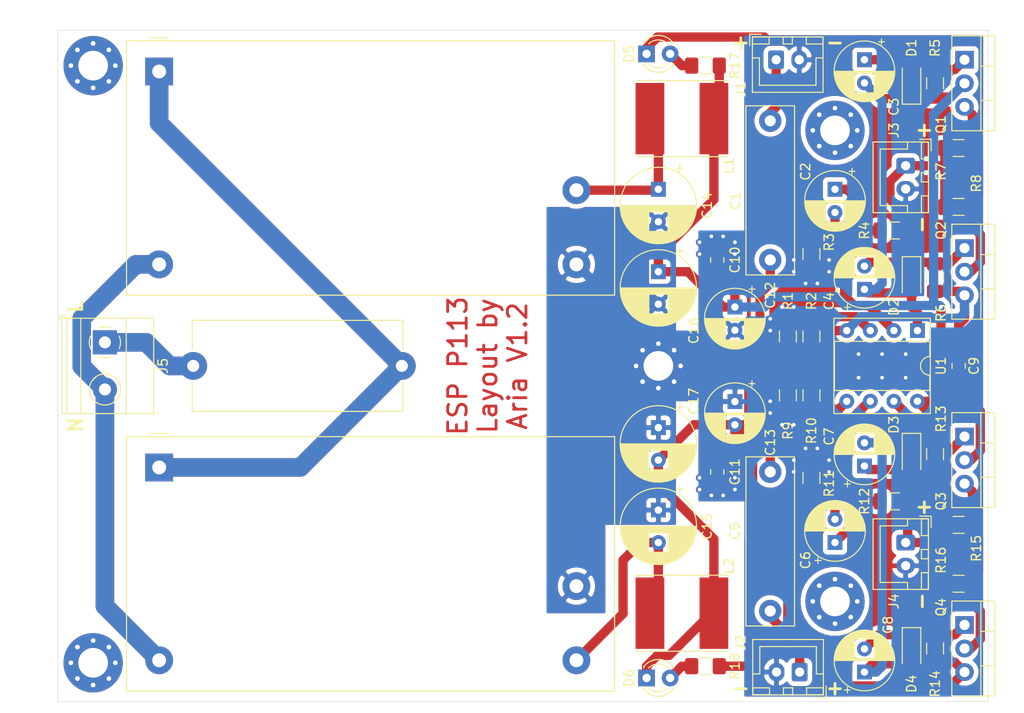
<source format=kicad_pcb>
(kicad_pcb (version 20171130) (host pcbnew "(5.1.6)-1")
  (layers (0 F.Cu signal) (31 B.Cu signal) (34 B.Paste user) (35 F.Paste user) (36 B.SilkS user) (37 F.SilkS user) (38 B.Mask user) (39 F.Mask user) (44 Edge.Cuts user))
  (net 0 "")
  (net 1 L_In)
  (net 2 "Net-(C1-Pad1)")
  (net 3 "Net-(C3-Pad2)")
  (net 4 "Net-(C3-Pad1)")
  (net 5 "Net-(C4-Pad2)")
  (net 6 R_In)
  (net 7 "Net-(C6-Pad1)")
  (net 8 "Net-(C8-Pad2)")
  (net 9 +15)
  (net 10 -15)
  (net 11 Earth)
  (net 12 L_Out)
  (net 13 R_Out)
  (net 14 "Net-(J5-Pad2)")
  (net 15 "Net-(Q1-Pad3)")
  (net 16 "Net-(Q2-Pad2)")
  (net 17 "Net-(Q3-Pad3)")
  (net 18 "Net-(Q4-Pad2)")
  (net 19 "Net-(R2-Pad1)")
  (net 20 "Net-(R10-Pad1)")
  (net 21 "Net-(C2-Pad2)")
  (net 22 "Net-(C2-Pad1)")
  (net 23 "Net-(C5-Pad1)")
  (net 24 "Net-(C6-Pad2)")
  (net 25 "Net-(C7-Pad2)")
  (net 26 "Net-(C7-Pad1)")
  (net 27 "Net-(C14-Pad1)")
  (net 28 "Net-(C15-Pad2)")
  (net 29 "Net-(F1-Pad2)")
  (net 30 "Net-(F1-Pad1)")
  (net 31 "Net-(D5-Pad2)")
  (net 32 "Net-(D6-Pad2)")
  (module Package_TO_SOT_THT:TO-220-3_Vertical (layer F.Cu) (at 157.48 90.17 270)
    (fp_text reference Q4 (at -1.905 2.54 90) (layer F.SilkS))
    (fp_text value MJE15033)
    (pad 3 thru_hole oval (at 5.08 0 270) (size 1.905 2) (drill 1.1) (layers *.Cu *.Mask) (net 10 -15))
    (pad 2 thru_hole oval (at 2.54 0 270) (size 1.905 2) (drill 1.1) (layers *.Cu *.Mask) (net 18 "Net-(Q4-Pad2)"))
    (pad 1 thru_hole rect (at 0 0 270) (size 1.905 2) (drill 1.1) (layers *.Cu *.Mask) (net 8 "Net-(C8-Pad2)"))
  )
  (module Package_TO_SOT_THT:TO-220-3_Vertical (layer F.Cu) (at 157.48 69.85 270)
    (fp_text reference Q3 (at 6.985 2.54 90) (layer F.SilkS))
    (fp_text value MJE15032)
    (pad 3 thru_hole oval (at 5.08 0 270) (size 1.905 2) (drill 1.1) (layers *.Cu *.Mask) (net 17 "Net-(Q3-Pad3)"))
    (pad 2 thru_hole oval (at 2.54 0 270) (size 1.905 2) (drill 1.1) (layers *.Cu *.Mask) (net 9 +15))
    (pad 1 thru_hole rect (at 0 0 270) (size 1.905 2) (drill 1.1) (layers *.Cu *.Mask) (net 26 "Net-(C7-Pad1)"))
  )
  (module Package_TO_SOT_THT:TO-220-3_Vertical (layer F.Cu) (at 157.48 49.53 270)
    (fp_text reference Q2 (at -1.905 2.54 90) (layer F.SilkS))
    (fp_text value MJE15033)
    (pad 3 thru_hole oval (at 5.08 0 270) (size 1.905 2) (drill 1.1) (layers *.Cu *.Mask) (net 10 -15))
    (pad 2 thru_hole oval (at 2.54 0 270) (size 1.905 2) (drill 1.1) (layers *.Cu *.Mask) (net 16 "Net-(Q2-Pad2)"))
    (pad 1 thru_hole rect (at 0 0 270) (size 1.905 2) (drill 1.1) (layers *.Cu *.Mask) (net 5 "Net-(C4-Pad2)"))
  )
  (module Package_TO_SOT_THT:TO-220-3_Vertical (layer F.Cu) (at 157.48 29.21 270)
    (fp_text reference Q1 (at 6.985 2.54 90) (layer F.SilkS))
    (fp_text value MJE15032)
    (pad 3 thru_hole oval (at 5.08 0 270) (size 1.905 2) (drill 1.1) (layers *.Cu *.Mask) (net 15 "Net-(Q1-Pad3)"))
    (pad 2 thru_hole oval (at 2.54 0 270) (size 1.905 2) (drill 1.1) (layers *.Cu *.Mask) (net 9 +15))
    (pad 1 thru_hole rect (at 0 0 270) (size 1.905 2) (drill 1.1) (layers *.Cu *.Mask) (net 4 "Net-(C3-Pad1)"))
  )
  (module Inductor_SMD:L_Taiyo-Yuden_NR-80xx_HandSoldering (layer F.Cu) (at 127 88.9)
    (fp_text reference L2 (at 5.08 -5.08 90) (layer F.SilkS))
    (fp_text value 4.7u)
    (pad 2 smd rect (at 3.45 0) (size 3.1 7.7) (layers F.Cu F.Paste F.Mask) (net 10 -15))
    (pad 1 smd rect (at -3.45 0) (size 3.1 7.7) (layers F.Cu F.Paste F.Mask) (net 28 "Net-(C15-Pad2)"))
  )
  (module Inductor_SMD:L_Taiyo-Yuden_NR-80xx_HandSoldering (layer F.Cu) (at 127 35.56)
    (fp_text reference L1 (at 5.08 5.08 90) (layer F.SilkS))
    (fp_text value 4.7u)
    (pad 2 smd rect (at 3.45 0) (size 3.1 7.7) (layers F.Cu F.Paste F.Mask) (net 9 +15))
    (pad 1 smd rect (at -3.45 0) (size 3.1 7.7) (layers F.Cu F.Paste F.Mask) (net 27 "Net-(C14-Pad1)"))
  )
  (module Resistor_SMD:R_1206_3216Metric_Pad1.42x1.75mm_HandSolder (layer F.Cu) (at 129.54 94.615 180)
    (fp_text reference R18 (at -3.175 0 90) (layer F.SilkS))
    (fp_text value 1k)
    (pad 1 smd roundrect (at -1.4875 0 180) (size 1.425 1.75) (layers F.Cu F.Paste F.Mask) (roundrect_rratio 0.175439) (net 11 Earth))
    (pad 2 smd roundrect (at 1.4875 0 180) (size 1.425 1.75) (layers F.Cu F.Paste F.Mask) (roundrect_rratio 0.175439) (net 32 "Net-(D6-Pad2)"))
  )
  (module Resistor_SMD:R_1206_3216Metric_Pad1.42x1.75mm_HandSolder (layer F.Cu) (at 129.54 29.845 180)
    (fp_text reference R17 (at -3.175 0 90) (layer F.SilkS))
    (fp_text value 1k)
    (pad 1 smd roundrect (at -1.4875 0 180) (size 1.425 1.75) (layers F.Cu F.Paste F.Mask) (roundrect_rratio 0.175439) (net 9 +15))
    (pad 2 smd roundrect (at 1.4875 0 180) (size 1.425 1.75) (layers F.Cu F.Paste F.Mask) (roundrect_rratio 0.175439) (net 31 "Net-(D5-Pad2)"))
  )
  (module LED_THT:LED_D3.0mm (layer F.Cu) (at 123.19 95.885)
    (fp_text reference D6 (at -1.905 0 90) (layer F.SilkS))
    (fp_text value LED)
    (pad 1 thru_hole rect (at 0 0) (size 1.8 1.8) (drill 0.9) (layers *.Cu *.Mask) (net 10 -15))
    (pad 2 thru_hole circle (at 2.54 0) (size 1.8 1.8) (drill 0.9) (layers *.Cu *.Mask) (net 32 "Net-(D6-Pad2)"))
  )
  (module LED_THT:LED_D3.0mm (layer F.Cu) (at 123.19 28.575)
    (fp_text reference D5 (at -1.905 0 90) (layer F.SilkS))
    (fp_text value LED)
    (pad 1 thru_hole rect (at 0 0) (size 1.8 1.8) (drill 0.9) (layers *.Cu *.Mask) (net 11 Earth))
    (pad 2 thru_hole circle (at 2.54 0) (size 1.8 1.8) (drill 0.9) (layers *.Cu *.Mask) (net 31 "Net-(D5-Pad2)"))
  )
  (module Capacitor_THT:CP_Radial_D8.0mm_P3.50mm (layer F.Cu) (at 124.46 68.89 270)
    (fp_text reference C17 (at -2.85 -3.81 90) (layer F.SilkS))
    (fp_text value 220u)
    (pad 1 thru_hole rect (at 0 0 270) (size 1.6 1.6) (drill 0.8) (layers *.Cu *.Mask) (net 11 Earth))
    (pad 2 thru_hole circle (at 3.5 0 270) (size 1.6 1.6) (drill 0.8) (layers *.Cu *.Mask) (net 10 -15))
  )
  (module TerminalBlock_Phoenix:TerminalBlock_Phoenix_MKDS-1,5-2-5.08_1x02_P5.08mm_Horizontal (layer F.Cu) (at 64.77 59.69 270)
    (fp_text reference J5 (at 2.54 -6.26 90) (layer F.SilkS))
    (fp_text value AC_In)
    (pad 2 thru_hole circle (at 5.08 0 270) (size 2.6 2.6) (drill 1.3) (layers *.Cu *.Mask) (net 14 "Net-(J5-Pad2)"))
    (pad 1 thru_hole rect (at 0 0 270) (size 2.6 2.6) (drill 1.3) (layers *.Cu *.Mask) (net 30 "Net-(F1-Pad1)"))
  )
  (module MountingHole:MountingHole_3.2mm_M3_Pad_Via (layer F.Cu) (at 63.5 29.845)
    (fp_text reference H5 hide)
    (fp_text value MountingHole)
    (pad 1 thru_hole circle (at 1.697056 -1.697056) (size 0.8 0.8) (drill 0.5) (layers *.Cu *.Mask))
    (pad 1 thru_hole circle (at 0 -2.4) (size 0.8 0.8) (drill 0.5) (layers *.Cu *.Mask))
    (pad 1 thru_hole circle (at -1.697056 -1.697056) (size 0.8 0.8) (drill 0.5) (layers *.Cu *.Mask))
    (pad 1 thru_hole circle (at -2.4 0) (size 0.8 0.8) (drill 0.5) (layers *.Cu *.Mask))
    (pad 1 thru_hole circle (at -1.697056 1.697056) (size 0.8 0.8) (drill 0.5) (layers *.Cu *.Mask))
    (pad 1 thru_hole circle (at 0 2.4) (size 0.8 0.8) (drill 0.5) (layers *.Cu *.Mask))
    (pad 1 thru_hole circle (at 1.697056 1.697056) (size 0.8 0.8) (drill 0.5) (layers *.Cu *.Mask))
    (pad 1 thru_hole circle (at 2.4 0) (size 0.8 0.8) (drill 0.5) (layers *.Cu *.Mask))
    (pad 1 thru_hole circle (at 0 0) (size 6.4 6.4) (drill 3.2) (layers *.Cu *.Mask))
  )
  (module Capacitor_THT:CP_Radial_D6.3mm_P2.50mm (layer F.Cu) (at 146.685 29.21 270)
    (fp_text reference C3 (at 5.08 -3.175 90) (layer F.SilkS))
    (fp_text value 100u)
    (pad 1 thru_hole rect (at 0 0 270) (size 1.6 1.6) (drill 0.8) (layers *.Cu *.Mask) (net 4 "Net-(C3-Pad1)"))
    (pad 2 thru_hole circle (at 2.5 0 270) (size 1.6 1.6) (drill 0.8) (layers *.Cu *.Mask) (net 3 "Net-(C3-Pad2)"))
  )
  (module Fuse:Fuseholder_Cylinder-5x20mm_Schurter_0031_8201_Horizontal_Open (layer F.Cu) (at 74.295 62.23)
    (fp_text reference F1 hide)
    (fp_text value Fuse_Small)
    (pad "" np_thru_hole circle (at 11.25 0) (size 2.7 2.7) (drill 2.7) (layers *.Cu *.Mask))
    (pad 2 thru_hole circle (at 22.5 0) (size 3 3) (drill 1.3) (layers *.Cu *.Mask) (net 29 "Net-(F1-Pad2)"))
    (pad 1 thru_hole circle (at 0 0) (size 3 3) (drill 1.3) (layers *.Cu *.Mask) (net 30 "Net-(F1-Pad1)"))
  )
  (module Capacitor_THT:CP_Radial_D8.0mm_P3.50mm (layer F.Cu) (at 124.46 43.18 270)
    (fp_text reference C14 (at 1.75 -5.25 90) (layer F.SilkS))
    (fp_text value 220u)
    (pad 1 thru_hole rect (at 0 0 270) (size 1.6 1.6) (drill 0.8) (layers *.Cu *.Mask) (net 27 "Net-(C14-Pad1)"))
    (pad 2 thru_hole circle (at 3.5 0 270) (size 1.6 1.6) (drill 0.8) (layers *.Cu *.Mask) (net 11 Earth))
  )
  (module MountingHole:MountingHole_3.2mm_M3_Pad_Via (layer F.Cu) (at 143.51 87.63)
    (fp_text reference H4 hide)
    (fp_text value MountingHole)
    (pad 1 thru_hole circle (at 1.697056 -1.697056) (size 0.8 0.8) (drill 0.5) (layers *.Cu *.Mask))
    (pad 1 thru_hole circle (at 0 -2.4) (size 0.8 0.8) (drill 0.5) (layers *.Cu *.Mask))
    (pad 1 thru_hole circle (at -1.697056 -1.697056) (size 0.8 0.8) (drill 0.5) (layers *.Cu *.Mask))
    (pad 1 thru_hole circle (at -2.4 0) (size 0.8 0.8) (drill 0.5) (layers *.Cu *.Mask))
    (pad 1 thru_hole circle (at -1.697056 1.697056) (size 0.8 0.8) (drill 0.5) (layers *.Cu *.Mask))
    (pad 1 thru_hole circle (at 0 2.4) (size 0.8 0.8) (drill 0.5) (layers *.Cu *.Mask))
    (pad 1 thru_hole circle (at 1.697056 1.697056) (size 0.8 0.8) (drill 0.5) (layers *.Cu *.Mask))
    (pad 1 thru_hole circle (at 2.4 0) (size 0.8 0.8) (drill 0.5) (layers *.Cu *.Mask))
    (pad 1 thru_hole circle (at 0 0) (size 6.4 6.4) (drill 3.2) (layers *.Cu *.Mask))
  )
  (module Package_DIP:DIP-8_W7.62mm_Socket (layer F.Cu) (at 152.4 58.42 270)
    (fp_text reference U1 (at 3.81 -2.54 90) (layer F.SilkS))
    (fp_text value LM4562)
    (pad 1 thru_hole rect (at 0 0 270) (size 1.6 1.6) (drill 0.8) (layers *.Cu *.Mask) (net 3 "Net-(C3-Pad2)"))
    (pad 5 thru_hole oval (at 7.62 7.62 270) (size 1.6 1.6) (drill 0.8) (layers *.Cu *.Mask) (net 20 "Net-(R10-Pad1)"))
    (pad 2 thru_hole oval (at 0 2.54 270) (size 1.6 1.6) (drill 0.8) (layers *.Cu *.Mask) (net 22 "Net-(C2-Pad1)"))
    (pad 6 thru_hole oval (at 7.62 5.08 270) (size 1.6 1.6) (drill 0.8) (layers *.Cu *.Mask) (net 7 "Net-(C6-Pad1)"))
    (pad 3 thru_hole oval (at 0 5.08 270) (size 1.6 1.6) (drill 0.8) (layers *.Cu *.Mask) (net 19 "Net-(R2-Pad1)"))
    (pad 7 thru_hole oval (at 7.62 2.54 270) (size 1.6 1.6) (drill 0.8) (layers *.Cu *.Mask) (net 25 "Net-(C7-Pad2)"))
    (pad 4 thru_hole oval (at 0 7.62 270) (size 1.6 1.6) (drill 0.8) (layers *.Cu *.Mask) (net 10 -15))
    (pad 8 thru_hole oval (at 7.62 0 270) (size 1.6 1.6) (drill 0.8) (layers *.Cu *.Mask) (net 9 +15))
  )
  (module MountingHole:MountingHole_3.2mm_M3_Pad_Via (layer F.Cu) (at 143.51 36.83)
    (fp_text reference H3 hide)
    (fp_text value MountingHole)
    (pad 1 thru_hole circle (at 1.697056 -1.697056) (size 0.8 0.8) (drill 0.5) (layers *.Cu *.Mask))
    (pad 1 thru_hole circle (at 0 -2.4) (size 0.8 0.8) (drill 0.5) (layers *.Cu *.Mask))
    (pad 1 thru_hole circle (at -1.697056 -1.697056) (size 0.8 0.8) (drill 0.5) (layers *.Cu *.Mask))
    (pad 1 thru_hole circle (at -2.4 0) (size 0.8 0.8) (drill 0.5) (layers *.Cu *.Mask))
    (pad 1 thru_hole circle (at -1.697056 1.697056) (size 0.8 0.8) (drill 0.5) (layers *.Cu *.Mask))
    (pad 1 thru_hole circle (at 0 2.4) (size 0.8 0.8) (drill 0.5) (layers *.Cu *.Mask))
    (pad 1 thru_hole circle (at 1.697056 1.697056) (size 0.8 0.8) (drill 0.5) (layers *.Cu *.Mask))
    (pad 1 thru_hole circle (at 2.4 0) (size 0.8 0.8) (drill 0.5) (layers *.Cu *.Mask))
    (pad 1 thru_hole circle (at 0 0) (size 6.4 6.4) (drill 3.2) (layers *.Cu *.Mask))
  )
  (module MountingHole:MountingHole_3.2mm_M3_Pad_Via (layer F.Cu) (at 63.5 94.25)
    (fp_text reference H2 hide)
    (fp_text value MountingHole)
    (pad 1 thru_hole circle (at 1.697056 -1.697056) (size 0.8 0.8) (drill 0.5) (layers *.Cu *.Mask))
    (pad 1 thru_hole circle (at 0 -2.4) (size 0.8 0.8) (drill 0.5) (layers *.Cu *.Mask))
    (pad 1 thru_hole circle (at -1.697056 -1.697056) (size 0.8 0.8) (drill 0.5) (layers *.Cu *.Mask))
    (pad 1 thru_hole circle (at -2.4 0) (size 0.8 0.8) (drill 0.5) (layers *.Cu *.Mask))
    (pad 1 thru_hole circle (at -1.697056 1.697056) (size 0.8 0.8) (drill 0.5) (layers *.Cu *.Mask))
    (pad 1 thru_hole circle (at 0 2.4) (size 0.8 0.8) (drill 0.5) (layers *.Cu *.Mask))
    (pad 1 thru_hole circle (at 1.697056 1.697056) (size 0.8 0.8) (drill 0.5) (layers *.Cu *.Mask))
    (pad 1 thru_hole circle (at 2.4 0) (size 0.8 0.8) (drill 0.5) (layers *.Cu *.Mask))
    (pad 1 thru_hole circle (at 0 0) (size 6.4 6.4) (drill 3.2) (layers *.Cu *.Mask))
  )
  (module MountingHole:MountingHole_3.2mm_M3_Pad_Via (layer F.Cu) (at 124.46 62.23)
    (fp_text reference H1 hide)
    (fp_text value Star_Ground)
    (pad 1 thru_hole circle (at 0 0) (size 6.4 6.4) (drill 3.2) (layers *.Cu *.Mask) (net 11 Earth))
    (pad 1 thru_hole circle (at 2.4 0) (size 0.8 0.8) (drill 0.5) (layers *.Cu *.Mask) (net 11 Earth))
    (pad 1 thru_hole circle (at 1.697056 1.697056) (size 0.8 0.8) (drill 0.5) (layers *.Cu *.Mask) (net 11 Earth))
    (pad 1 thru_hole circle (at 0 2.4) (size 0.8 0.8) (drill 0.5) (layers *.Cu *.Mask) (net 11 Earth))
    (pad 1 thru_hole circle (at -1.697056 1.697056) (size 0.8 0.8) (drill 0.5) (layers *.Cu *.Mask) (net 11 Earth))
    (pad 1 thru_hole circle (at -2.4 0) (size 0.8 0.8) (drill 0.5) (layers *.Cu *.Mask) (net 11 Earth))
    (pad 1 thru_hole circle (at -1.697056 -1.697056) (size 0.8 0.8) (drill 0.5) (layers *.Cu *.Mask) (net 11 Earth))
    (pad 1 thru_hole circle (at 0 -2.4) (size 0.8 0.8) (drill 0.5) (layers *.Cu *.Mask) (net 11 Earth))
    (pad 1 thru_hole circle (at 1.697056 -1.697056) (size 0.8 0.8) (drill 0.5) (layers *.Cu *.Mask) (net 11 Earth))
  )
  (module Connector_JST:JST_XH_B2B-XH-A_1x02_P2.50mm_Vertical (layer F.Cu) (at 151.13 81.28 270)
    (fp_text reference J4 (at 6.35 1.27 90) (layer F.SilkS))
    (fp_text value R_Out)
    (pad 1 thru_hole roundrect (at 0 0 270) (size 1.7 2) (drill 1) (layers *.Cu *.Mask) (roundrect_rratio 0.147059) (net 13 R_Out))
    (pad 2 thru_hole oval (at 2.5 0 270) (size 1.7 2) (drill 1) (layers *.Cu *.Mask) (net 11 Earth))
  )
  (module Connector_JST:JST_XH_B2B-XH-A_1x02_P2.50mm_Vertical (layer F.Cu) (at 151.13 40.64 270)
    (fp_text reference J3 (at -3.81 1.27 90) (layer F.SilkS))
    (fp_text value L_Out)
    (pad 1 thru_hole roundrect (at 0 0 270) (size 1.7 2) (drill 1) (layers *.Cu *.Mask) (roundrect_rratio 0.147059) (net 12 L_Out))
    (pad 2 thru_hole oval (at 2.5 0 270) (size 1.7 2) (drill 1) (layers *.Cu *.Mask) (net 11 Earth))
  )
  (module Connector_JST:JST_XH_B2B-XH-A_1x02_P2.50mm_Vertical (layer F.Cu) (at 139.7 95.25 180)
    (fp_text reference J2 (at 6.35 3.175 90) (layer F.SilkS))
    (fp_text value R_In)
    (pad 2 thru_hole oval (at 2.5 0 180) (size 1.7 2) (drill 1) (layers *.Cu *.Mask) (net 11 Earth))
    (pad 1 thru_hole roundrect (at 0 0 180) (size 1.7 2) (drill 1) (layers *.Cu *.Mask) (roundrect_rratio 0.147059) (net 6 R_In))
  )
  (module Connector_JST:JST_XH_B2B-XH-A_1x02_P2.50mm_Vertical (layer F.Cu) (at 137.16 29.21)
    (fp_text reference J1 (at -3.81 3.175 90) (layer F.SilkS))
    (fp_text value L_In)
    (pad 1 thru_hole roundrect (at 0 0) (size 1.7 2) (drill 1) (layers *.Cu *.Mask) (roundrect_rratio 0.147059) (net 1 L_In))
    (pad 2 thru_hole oval (at 2.5 0) (size 1.7 2) (drill 1) (layers *.Cu *.Mask) (net 11 Earth))
  )
  (module Capacitor_THT:CP_Radial_D6.3mm_P2.50mm (layer F.Cu) (at 132.715 66.08 270)
    (fp_text reference C13 (at 4.405 -3.81 90) (layer F.SilkS))
    (fp_text value 100u)
    (pad 1 thru_hole rect (at 0 0 270) (size 1.6 1.6) (drill 0.8) (layers *.Cu *.Mask) (net 11 Earth))
    (pad 2 thru_hole circle (at 2.5 0 270) (size 1.6 1.6) (drill 0.8) (layers *.Cu *.Mask) (net 10 -15))
  )
  (module Capacitor_THT:CP_Radial_D6.3mm_P2.50mm (layer F.Cu) (at 132.715 55.88 270)
    (fp_text reference C12 (at -1.27 -3.81 90) (layer F.SilkS))
    (fp_text value 100u)
    (pad 1 thru_hole rect (at 0 0 270) (size 1.6 1.6) (drill 0.8) (layers *.Cu *.Mask) (net 9 +15))
    (pad 2 thru_hole circle (at 2.5 0 270) (size 1.6 1.6) (drill 0.8) (layers *.Cu *.Mask) (net 11 Earth))
  )
  (module Capacitor_THT:CP_Radial_D6.3mm_P2.50mm (layer F.Cu) (at 146.685 95.25 90)
    (fp_text reference C8 (at 5.08 2.54 90) (layer F.SilkS))
    (fp_text value 100u)
    (pad 1 thru_hole rect (at 0 0 90) (size 1.6 1.6) (drill 0.8) (layers *.Cu *.Mask) (net 25 "Net-(C7-Pad2)"))
    (pad 2 thru_hole circle (at 2.5 0 90) (size 1.6 1.6) (drill 0.8) (layers *.Cu *.Mask) (net 8 "Net-(C8-Pad2)"))
  )
  (module Capacitor_THT:CP_Radial_D6.3mm_P2.50mm (layer F.Cu) (at 146.685 73.025 90)
    (fp_text reference C7 (at 3.175 -3.81 90) (layer F.SilkS))
    (fp_text value 100u)
    (pad 1 thru_hole rect (at 0 0 90) (size 1.6 1.6) (drill 0.8) (layers *.Cu *.Mask) (net 26 "Net-(C7-Pad1)"))
    (pad 2 thru_hole circle (at 2.5 0 90) (size 1.6 1.6) (drill 0.8) (layers *.Cu *.Mask) (net 25 "Net-(C7-Pad2)"))
  )
  (module Capacitor_THT:CP_Radial_D6.3mm_P2.50mm (layer F.Cu) (at 143.51 81.28 90)
    (fp_text reference C6 (at -1.905 -3.175 90) (layer F.SilkS))
    (fp_text value 100u)
    (pad 1 thru_hole rect (at 0 0 90) (size 1.6 1.6) (drill 0.8) (layers *.Cu *.Mask) (net 7 "Net-(C6-Pad1)"))
    (pad 2 thru_hole circle (at 2.5 0 90) (size 1.6 1.6) (drill 0.8) (layers *.Cu *.Mask) (net 24 "Net-(C6-Pad2)"))
  )
  (module Capacitor_THT:CP_Radial_D6.3mm_P2.50mm (layer F.Cu) (at 146.685 53.975 90)
    (fp_text reference C4 (at -1.27 -3.81 90) (layer F.SilkS))
    (fp_text value 100u)
    (pad 1 thru_hole rect (at 0 0 90) (size 1.6 1.6) (drill 0.8) (layers *.Cu *.Mask) (net 3 "Net-(C3-Pad2)"))
    (pad 2 thru_hole circle (at 2.5 0 90) (size 1.6 1.6) (drill 0.8) (layers *.Cu *.Mask) (net 5 "Net-(C4-Pad2)"))
  )
  (module Capacitor_THT:CP_Radial_D6.3mm_P2.50mm (layer F.Cu) (at 143.51 43.18 270)
    (fp_text reference C2 (at -1.905 3.175 90) (layer F.SilkS))
    (fp_text value 100u)
    (pad 1 thru_hole rect (at 0 0 270) (size 1.6 1.6) (drill 0.8) (layers *.Cu *.Mask) (net 22 "Net-(C2-Pad1)"))
    (pad 2 thru_hole circle (at 2.5 0 270) (size 1.6 1.6) (drill 0.8) (layers *.Cu *.Mask) (net 21 "Net-(C2-Pad2)"))
  )
  (module Resistor_SMD:R_1206_3216Metric_Pad1.42x1.75mm_HandSolder (layer F.Cu) (at 156.845 85.725)
    (fp_text reference R16 (at -1.905 -2.54 90) (layer F.SilkS))
    (fp_text value 10)
    (pad 1 smd roundrect (at -1.4875 0) (size 1.425 1.75) (layers F.Cu F.Paste F.Mask) (roundrect_rratio 0.175439) (net 13 R_Out))
    (pad 2 smd roundrect (at 1.4875 0) (size 1.425 1.75) (layers F.Cu F.Paste F.Mask) (roundrect_rratio 0.175439) (net 18 "Net-(Q4-Pad2)"))
  )
  (module Resistor_SMD:R_1206_3216Metric_Pad1.42x1.75mm_HandSolder (layer F.Cu) (at 156.845 79.375 180)
    (fp_text reference R15 (at -1.905 -2.54 90) (layer F.SilkS))
    (fp_text value 10)
    (pad 1 smd roundrect (at -1.4875 0 180) (size 1.425 1.75) (layers F.Cu F.Paste F.Mask) (roundrect_rratio 0.175439) (net 17 "Net-(Q3-Pad3)"))
    (pad 2 smd roundrect (at 1.4875 0 180) (size 1.425 1.75) (layers F.Cu F.Paste F.Mask) (roundrect_rratio 0.175439) (net 13 R_Out))
  )
  (module Resistor_SMD:R_1206_3216Metric_Pad1.42x1.75mm_HandSolder (layer F.Cu) (at 154.305 92.71 270)
    (fp_text reference R14 (at 3.81 0 90) (layer F.SilkS))
    (fp_text value 6k8)
    (pad 1 smd roundrect (at -1.4875 0 270) (size 1.425 1.75) (layers F.Cu F.Paste F.Mask) (roundrect_rratio 0.175439) (net 8 "Net-(C8-Pad2)"))
    (pad 2 smd roundrect (at 1.4875 0 270) (size 1.425 1.75) (layers F.Cu F.Paste F.Mask) (roundrect_rratio 0.175439) (net 10 -15))
  )
  (module Resistor_SMD:R_1206_3216Metric_Pad1.42x1.75mm_HandSolder (layer F.Cu) (at 154.305 71.755 270)
    (fp_text reference R13 (at -3.81 -0.635 90) (layer F.SilkS))
    (fp_text value 6k8)
    (pad 2 smd roundrect (at 1.4875 0 270) (size 1.425 1.75) (layers F.Cu F.Paste F.Mask) (roundrect_rratio 0.175439) (net 26 "Net-(C7-Pad1)"))
    (pad 1 smd roundrect (at -1.4875 0 270) (size 1.425 1.75) (layers F.Cu F.Paste F.Mask) (roundrect_rratio 0.175439) (net 9 +15))
  )
  (module Resistor_SMD:R_1206_3216Metric_Pad1.42x1.75mm_HandSolder (layer F.Cu) (at 149.86 76.835)
    (fp_text reference R12 (at -3.175 0 90) (layer F.SilkS))
    (fp_text value 3k3)
    (pad 1 smd roundrect (at -1.4875 0) (size 1.425 1.75) (layers F.Cu F.Paste F.Mask) (roundrect_rratio 0.175439) (net 7 "Net-(C6-Pad1)"))
    (pad 2 smd roundrect (at 1.4875 0) (size 1.425 1.75) (layers F.Cu F.Paste F.Mask) (roundrect_rratio 0.175439) (net 13 R_Out))
  )
  (module Resistor_SMD:R_1206_3216Metric_Pad1.42x1.75mm_HandSolder (layer F.Cu) (at 140.97 74.295 90)
    (fp_text reference R11 (at -0.635 1.905 90) (layer F.SilkS))
    (fp_text value 1k)
    (pad 1 smd roundrect (at -1.4875 0 90) (size 1.425 1.75) (layers F.Cu F.Paste F.Mask) (roundrect_rratio 0.175439) (net 24 "Net-(C6-Pad2)"))
    (pad 2 smd roundrect (at 1.4875 0 90) (size 1.425 1.75) (layers F.Cu F.Paste F.Mask) (roundrect_rratio 0.175439) (net 11 Earth))
  )
  (module Resistor_SMD:R_1206_3216Metric_Pad1.42x1.75mm_HandSolder (layer F.Cu) (at 140.97 65.405 90)
    (fp_text reference R10 (at -3.81 0 90) (layer F.SilkS))
    (fp_text value 1k)
    (pad 1 smd roundrect (at -1.4875 0 90) (size 1.425 1.75) (layers F.Cu F.Paste F.Mask) (roundrect_rratio 0.175439) (net 20 "Net-(R10-Pad1)"))
    (pad 2 smd roundrect (at 1.4875 0 90) (size 1.425 1.75) (layers F.Cu F.Paste F.Mask) (roundrect_rratio 0.175439) (net 23 "Net-(C5-Pad1)"))
  )
  (module Resistor_SMD:R_1206_3216Metric_Pad1.42x1.75mm_HandSolder (layer F.Cu) (at 138.43 65.405 270)
    (fp_text reference R9 (at 3.81 0 90) (layer F.SilkS))
    (fp_text value 22k)
    (pad 1 smd roundrect (at -1.4875 0 270) (size 1.425 1.75) (layers F.Cu F.Paste F.Mask) (roundrect_rratio 0.175439) (net 23 "Net-(C5-Pad1)"))
    (pad 2 smd roundrect (at 1.4875 0 270) (size 1.425 1.75) (layers F.Cu F.Paste F.Mask) (roundrect_rratio 0.175439) (net 11 Earth))
  )
  (module Resistor_SMD:R_1206_3216Metric_Pad1.42x1.75mm_HandSolder (layer F.Cu) (at 156.845 45.085)
    (fp_text reference R8 (at 1.905 -2.54 90) (layer F.SilkS))
    (fp_text value 10)
    (pad 1 smd roundrect (at -1.4875 0) (size 1.425 1.75) (layers F.Cu F.Paste F.Mask) (roundrect_rratio 0.175439) (net 12 L_Out))
    (pad 2 smd roundrect (at 1.4875 0) (size 1.425 1.75) (layers F.Cu F.Paste F.Mask) (roundrect_rratio 0.175439) (net 16 "Net-(Q2-Pad2)"))
  )
  (module Resistor_SMD:R_1206_3216Metric_Pad1.42x1.75mm_HandSolder (layer F.Cu) (at 156.845 38.735 180)
    (fp_text reference R7 (at 1.905 -2.54 90) (layer F.SilkS))
    (fp_text value 10)
    (pad 1 smd roundrect (at -1.4875 0 180) (size 1.425 1.75) (layers F.Cu F.Paste F.Mask) (roundrect_rratio 0.175439) (net 15 "Net-(Q1-Pad3)"))
    (pad 2 smd roundrect (at 1.4875 0 180) (size 1.425 1.75) (layers F.Cu F.Paste F.Mask) (roundrect_rratio 0.175439) (net 12 L_Out))
  )
  (module Resistor_SMD:R_1206_3216Metric_Pad1.42x1.75mm_HandSolder (layer F.Cu) (at 154.305 52.705 270)
    (fp_text reference R6 (at 3.81 -0.635 90) (layer F.SilkS))
    (fp_text value 6k8)
    (pad 1 smd roundrect (at -1.4875 0 270) (size 1.425 1.75) (layers F.Cu F.Paste F.Mask) (roundrect_rratio 0.175439) (net 5 "Net-(C4-Pad2)"))
    (pad 2 smd roundrect (at 1.4875 0 270) (size 1.425 1.75) (layers F.Cu F.Paste F.Mask) (roundrect_rratio 0.175439) (net 10 -15))
  )
  (module Resistor_SMD:R_1206_3216Metric_Pad1.42x1.75mm_HandSolder (layer F.Cu) (at 154.305 31.75 90)
    (fp_text reference R5 (at 3.81 0 90) (layer F.SilkS))
    (fp_text value 6k8)
    (pad 1 smd roundrect (at -1.4875 0 90) (size 1.425 1.75) (layers F.Cu F.Paste F.Mask) (roundrect_rratio 0.175439) (net 9 +15))
    (pad 2 smd roundrect (at 1.4875 0 90) (size 1.425 1.75) (layers F.Cu F.Paste F.Mask) (roundrect_rratio 0.175439) (net 4 "Net-(C3-Pad1)"))
  )
  (module Resistor_SMD:R_1206_3216Metric_Pad1.42x1.75mm_HandSolder (layer F.Cu) (at 149.86 47.625)
    (fp_text reference R4 (at -3.175 0 90) (layer F.SilkS))
    (fp_text value 3k3)
    (pad 1 smd roundrect (at -1.4875 0) (size 1.425 1.75) (layers F.Cu F.Paste F.Mask) (roundrect_rratio 0.175439) (net 22 "Net-(C2-Pad1)"))
    (pad 2 smd roundrect (at 1.4875 0) (size 1.425 1.75) (layers F.Cu F.Paste F.Mask) (roundrect_rratio 0.175439) (net 12 L_Out))
  )
  (module Resistor_SMD:R_1206_3216Metric_Pad1.42x1.75mm_HandSolder (layer F.Cu) (at 140.97 50.165 270)
    (fp_text reference R3 (at -1.27 -1.905 90) (layer F.SilkS))
    (fp_text value 1k)
    (pad 1 smd roundrect (at -1.4875 0 270) (size 1.425 1.75) (layers F.Cu F.Paste F.Mask) (roundrect_rratio 0.175439) (net 21 "Net-(C2-Pad2)"))
    (pad 2 smd roundrect (at 1.4875 0 270) (size 1.425 1.75) (layers F.Cu F.Paste F.Mask) (roundrect_rratio 0.175439) (net 11 Earth))
  )
  (module Resistor_SMD:R_1206_3216Metric_Pad1.42x1.75mm_HandSolder (layer F.Cu) (at 140.97 59.055 270)
    (fp_text reference R2 (at -3.81 0 90) (layer F.SilkS))
    (fp_text value 1k)
    (pad 1 smd roundrect (at -1.4875 0 270) (size 1.425 1.75) (layers F.Cu F.Paste F.Mask) (roundrect_rratio 0.175439) (net 19 "Net-(R2-Pad1)"))
    (pad 2 smd roundrect (at 1.4875 0 270) (size 1.425 1.75) (layers F.Cu F.Paste F.Mask) (roundrect_rratio 0.175439) (net 2 "Net-(C1-Pad1)"))
  )
  (module Resistor_SMD:R_1206_3216Metric_Pad1.42x1.75mm_HandSolder (layer F.Cu) (at 138.43 59.055 90)
    (fp_text reference R1 (at 3.81 0 90) (layer F.SilkS))
    (fp_text value 22k)
    (pad 1 smd roundrect (at -1.4875 0 90) (size 1.425 1.75) (layers F.Cu F.Paste F.Mask) (roundrect_rratio 0.175439) (net 2 "Net-(C1-Pad1)"))
    (pad 2 smd roundrect (at 1.4875 0 90) (size 1.425 1.75) (layers F.Cu F.Paste F.Mask) (roundrect_rratio 0.175439) (net 11 Earth))
  )
  (module Diode_SMD:D_SOD-123 (layer F.Cu) (at 151.765 92.71 270)
    (fp_text reference D4 (at 3.81 0 90) (layer F.SilkS))
    (fp_text value 1n4148)
    (pad 1 smd rect (at -1.65 0 270) (size 0.9 1.2) (layers F.Cu F.Paste F.Mask) (net 8 "Net-(C8-Pad2)"))
    (pad 2 smd rect (at 1.65 0 270) (size 0.9 1.2) (layers F.Cu F.Paste F.Mask) (net 25 "Net-(C7-Pad2)"))
  )
  (module Diode_SMD:D_SOD-123 (layer F.Cu) (at 151.765 71.755 270)
    (fp_text reference D3 (at -3.175 1.905 90) (layer F.SilkS))
    (fp_text value 1n4148)
    (pad 2 smd rect (at 1.65 0 270) (size 0.9 1.2) (layers F.Cu F.Paste F.Mask) (net 26 "Net-(C7-Pad1)"))
    (pad 1 smd rect (at -1.65 0 270) (size 0.9 1.2) (layers F.Cu F.Paste F.Mask) (net 25 "Net-(C7-Pad2)"))
  )
  (module Diode_SMD:D_SOD-123 (layer F.Cu) (at 151.765 52.705 270)
    (fp_text reference D2 (at 3.175 1.905 90) (layer F.SilkS))
    (fp_text value 1n4148)
    (pad 1 smd rect (at -1.65 0 270) (size 0.9 1.2) (layers F.Cu F.Paste F.Mask) (net 5 "Net-(C4-Pad2)"))
    (pad 2 smd rect (at 1.65 0 270) (size 0.9 1.2) (layers F.Cu F.Paste F.Mask) (net 3 "Net-(C3-Pad2)"))
  )
  (module Diode_SMD:D_SOD-123 (layer F.Cu) (at 151.765 31.75 90)
    (fp_text reference D1 (at 3.81 0 90) (layer F.SilkS))
    (fp_text value 1n4148)
    (pad 1 smd rect (at -1.65 0 90) (size 0.9 1.2) (layers F.Cu F.Paste F.Mask) (net 3 "Net-(C3-Pad2)"))
    (pad 2 smd rect (at 1.65 0 90) (size 0.9 1.2) (layers F.Cu F.Paste F.Mask) (net 4 "Net-(C3-Pad1)"))
  )
  (module Capacitor_SMD:C_0805_2012Metric_Pad1.15x1.40mm_HandSolder (layer F.Cu) (at 130.81 73.66 270)
    (fp_text reference C11 (at 0 -1.905 90) (layer F.SilkS))
    (fp_text value 100n)
    (pad 1 smd roundrect (at -1.025 0 270) (size 1.15 1.4) (layers F.Cu F.Paste F.Mask) (roundrect_rratio 0.217391) (net 10 -15))
    (pad 2 smd roundrect (at 1.025 0 270) (size 1.15 1.4) (layers F.Cu F.Paste F.Mask) (roundrect_rratio 0.217391) (net 11 Earth))
  )
  (module Capacitor_SMD:C_0805_2012Metric_Pad1.15x1.40mm_HandSolder (layer F.Cu) (at 130.81 50.8 270)
    (fp_text reference C10 (at 0 -1.905 90) (layer F.SilkS))
    (fp_text value 100n)
    (pad 1 smd roundrect (at -1.025 0 270) (size 1.15 1.4) (layers F.Cu F.Paste F.Mask) (roundrect_rratio 0.217391) (net 11 Earth))
    (pad 2 smd roundrect (at 1.025 0 270) (size 1.15 1.4) (layers F.Cu F.Paste F.Mask) (roundrect_rratio 0.217391) (net 9 +15))
  )
  (module Capacitor_SMD:C_0805_2012Metric_Pad1.15x1.40mm_HandSolder (layer F.Cu) (at 156.845 62.23 270)
    (fp_text reference C9 (at 0 -1.65 90) (layer F.SilkS))
    (fp_text value 100n)
    (pad 1 smd roundrect (at -1.025 0 270) (size 1.15 1.4) (layers F.Cu F.Paste F.Mask) (roundrect_rratio 0.217391) (net 10 -15))
    (pad 2 smd roundrect (at 1.025 0 270) (size 1.15 1.4) (layers F.Cu F.Paste F.Mask) (roundrect_rratio 0.217391) (net 9 +15))
  )
  (module Capacitor_THT:C_Rect_L18.0mm_W5.0mm_P15.00mm_FKS3_FKP3 (layer F.Cu) (at 136.525 73.66 270)
    (fp_text reference C5 (at 6.35 3.81 90) (layer F.SilkS))
    (fp_text value 1u)
    (pad 2 thru_hole circle (at 15 0 270) (size 2.4 2.4) (drill 1.2) (layers *.Cu *.Mask) (net 6 R_In))
    (pad 1 thru_hole circle (at 0 0 270) (size 2.4 2.4) (drill 1.2) (layers *.Cu *.Mask) (net 23 "Net-(C5-Pad1)"))
  )
  (module Capacitor_THT:C_Rect_L18.0mm_W5.0mm_P15.00mm_FKS3_FKP3 (layer F.Cu) (at 136.525 50.8 90)
    (fp_text reference C1 (at 6.35 -3.75 90) (layer F.SilkS))
    (fp_text value 1u)
    (pad 1 thru_hole circle (at 0 0 90) (size 2.4 2.4) (drill 1.2) (layers *.Cu *.Mask) (net 2 "Net-(C1-Pad1)"))
    (pad 2 thru_hole circle (at 15 0 90) (size 2.4 2.4) (drill 1.2) (layers *.Cu *.Mask) (net 1 L_In))
  )
  (module Capacitor_THT:CP_Radial_D8.0mm_P3.50mm (layer F.Cu) (at 124.46 52.07 270)
    (fp_text reference C16 (at 6.35 -3.81 90) (layer F.SilkS))
    (fp_text value 220u)
    (pad 1 thru_hole rect (at 0 0 270) (size 1.6 1.6) (drill 0.8) (layers *.Cu *.Mask) (net 9 +15))
    (pad 2 thru_hole circle (at 3.5 0 270) (size 1.6 1.6) (drill 0.8) (layers *.Cu *.Mask) (net 11 Earth))
  )
  (module Capacitor_THT:CP_Radial_D8.0mm_P3.50mm (layer F.Cu) (at 124.46 77.78 270)
    (fp_text reference C15 (at 1.75 -5.25 90) (layer F.SilkS))
    (fp_text value 220u)
    (pad 1 thru_hole rect (at 0 0 270) (size 1.6 1.6) (drill 0.8) (layers *.Cu *.Mask) (net 11 Earth))
    (pad 2 thru_hole circle (at 3.5 0 270) (size 1.6 1.6) (drill 0.8) (layers *.Cu *.Mask) (net 28 "Net-(C15-Pad2)"))
  )
  (module Converter_ACDC:Converter_ACDC_MeanWell_IRM-20-xx_THT (layer F.Cu) (at 70.62 73.18)
    (fp_text reference PS2 hide)
    (fp_text value IRM-20-15)
    (pad 3 thru_hole circle (at 45 20.8) (size 3 3) (drill 1.5) (layers *.Cu *.Mask) (net 28 "Net-(C15-Pad2)"))
    (pad 2 thru_hole circle (at 0 20.8) (size 3 3) (drill 1.5) (layers *.Cu *.Mask) (net 14 "Net-(J5-Pad2)"))
    (pad 4 thru_hole circle (at 45 12.8) (size 3 3) (drill 1.5) (layers *.Cu *.Mask) (net 11 Earth))
    (pad 1 thru_hole rect (at 0 0) (size 3 3) (drill 1.5) (layers *.Cu *.Mask) (net 29 "Net-(F1-Pad2)"))
  )
  (module Converter_ACDC:Converter_ACDC_MeanWell_IRM-20-xx_THT (layer F.Cu) (at 70.62 30.48)
    (fp_text reference PS1 hide)
    (fp_text value IRM-20-15)
    (pad 3 thru_hole circle (at 45 20.8) (size 3 3) (drill 1.5) (layers *.Cu *.Mask) (net 11 Earth))
    (pad 2 thru_hole circle (at 0 20.8) (size 3 3) (drill 1.5) (layers *.Cu *.Mask) (net 14 "Net-(J5-Pad2)"))
    (pad 4 thru_hole circle (at 45 12.8) (size 3 3) (drill 1.5) (layers *.Cu *.Mask) (net 27 "Net-(C14-Pad1)"))
    (pad 1 thru_hole rect (at 0 0) (size 3 3) (drill 1.5) (layers *.Cu *.Mask) (net 29 "Net-(F1-Pad2)"))
  )
  (gr_text "ESP P113\nLayout by\nAria V1.2" (at 106.045 62.23 90) (layer F.Cu) (effects (font (size 2 2) (thickness 0.3))))
  (gr_text - (at 143.51 27.305) (layer F.SilkS) (effects (font (size 1.5 1.5) (thickness 0.3))))
  (gr_text - (at 153.035 46.99 270) (layer F.SilkS) (effects (font (size 1.5 1.5) (thickness 0.3))))
  (gr_text - (at 153.035 87.63 270) (layer F.SilkS) (effects (font (size 1.5 1.5) (thickness 0.3))))
  (gr_text - (at 133.35 97.155 180) (layer F.SilkS) (effects (font (size 1.5 1.5) (thickness 0.3))))
  (gr_text N (at 61.595 68.58 90) (layer F.SilkS) (effects (font (size 1.5 1.5) (thickness 0.3))))
  (gr_text + (at 153.035 77.47 90) (layer F.SilkS) (effects (font (size 1.5 1.5) (thickness 0.3))))
  (gr_text + (at 153.035 36.83 90) (layer F.SilkS) (effects (font (size 1.5 1.5) (thickness 0.3))))
  (gr_text + (at 143.51 97.155 180) (layer F.SilkS) (effects (font (size 1.5 1.5) (thickness 0.3))))
  (gr_text + (at 133.35 27.305) (layer F.SilkS) (effects (font (size 1.5 1.5) (thickness 0.3))))
  (gr_text L (at 61.595 55.88 90) (layer F.SilkS) (effects (font (size 1.5 1.5) (thickness 0.3))))
  (gr_line (start 160.02 98.425) (end 160.02 26.035) (layer Edge.Cuts) (width 0.05))
  (gr_line (start 59.69 98.425) (end 160.02 98.425) (layer Edge.Cuts) (width 0.05))
  (gr_line (start 59.69 26.035) (end 59.69 98.425) (layer Edge.Cuts) (width 0.05))
  (gr_line (start 160.02 26.035) (end 59.69 26.035) (layer Edge.Cuts) (width 0.05))
  (segment (start 137.16 29.21) (end 137.16 34.29) (width 1) (layer F.Cu) (net 1))
  (segment (start 137.16 34.29) (end 135.89 35.56) (width 1) (layer F.Cu) (net 1))
  (segment (start 135.424999 58.948001) (end 135.424999 54.440001) (width 1) (layer F.Cu) (net 2))
  (segment (start 136.525 53.34) (end 135.424999 54.440001) (width 1) (layer F.Cu) (net 2))
  (segment (start 136.525 50.8) (end 136.525 53.34) (width 1) (layer F.Cu) (net 2))
  (segment (start 138.43 60.5425) (end 137.019498 60.5425) (width 1) (layer F.Cu) (net 2))
  (segment (start 137.019498 60.5425) (end 135.424999 58.948001) (width 1) (layer F.Cu) (net 2))
  (segment (start 140.97 60.5425) (end 138.43 60.5425) (width 1) (layer F.Cu) (net 2))
  (segment (start 148.59 53.34) (end 148.59 33.615) (width 1) (layer B.Cu) (net 3))
  (segment (start 148.59 33.615) (end 146.685 31.71) (width 1) (layer B.Cu) (net 3))
  (segment (start 147.955 53.975) (end 148.59 53.34) (width 1) (layer B.Cu) (net 3))
  (segment (start 146.685 53.975) (end 147.955 53.975) (width 1) (layer B.Cu) (net 3))
  (segment (start 151.765 54.355) (end 147.065 54.355) (width 1) (layer F.Cu) (net 3))
  (segment (start 147.065 54.355) (end 146.685 53.975) (width 1) (layer F.Cu) (net 3))
  (segment (start 151.765 55.88) (end 151.765 54.355) (width 1) (layer F.Cu) (net 3))
  (segment (start 152.4 56.515) (end 151.765 55.88) (width 1) (layer F.Cu) (net 3))
  (segment (start 152.4 58.42) (end 152.4 56.515) (width 1) (layer F.Cu) (net 3))
  (segment (start 151.765 33.4) (end 148.375 33.4) (width 1) (layer F.Cu) (net 3))
  (segment (start 148.375 33.4) (end 146.685 31.71) (width 1) (layer F.Cu) (net 3))
  (segment (start 154.1425 30.1) (end 154.305 30.2625) (width 1) (layer F.Cu) (net 4))
  (segment (start 149.225 29.21) (end 150.115 30.1) (width 1) (layer F.Cu) (net 4))
  (segment (start 150.115 30.1) (end 151.765 30.1) (width 1) (layer F.Cu) (net 4))
  (segment (start 146.685 29.21) (end 149.225 29.21) (width 1) (layer F.Cu) (net 4))
  (segment (start 151.765 30.1) (end 154.1425 30.1) (width 1) (layer F.Cu) (net 4))
  (segment (start 156.4275 30.2625) (end 157.48 29.21) (width 1) (layer F.Cu) (net 4))
  (segment (start 154.305 30.2625) (end 156.4275 30.2625) (width 1) (layer F.Cu) (net 4))
  (segment (start 151.765 51.055) (end 147.105 51.055) (width 1) (layer F.Cu) (net 5))
  (segment (start 147.105 51.055) (end 146.685 51.475) (width 1) (layer F.Cu) (net 5))
  (segment (start 155.955 51.055) (end 157.48 49.53) (width 1) (layer F.Cu) (net 5))
  (segment (start 151.765 51.055) (end 155.955 51.055) (width 1) (layer F.Cu) (net 5))
  (segment (start 139.7 95.25) (end 139.7 92.47) (width 1) (layer F.Cu) (net 6))
  (segment (start 139.7 92.47) (end 135.89 88.66) (width 1) (layer F.Cu) (net 6))
  (segment (start 145.010001 79.779999) (end 145.010001 74.773441) (width 1) (layer F.Cu) (net 7))
  (segment (start 143.984989 73.748429) (end 143.98499 69.262938) (width 1) (layer F.Cu) (net 7))
  (segment (start 145.010001 74.773441) (end 143.984989 73.748429) (width 1) (layer F.Cu) (net 7))
  (segment (start 143.98499 69.262938) (end 147.207928 66.04) (width 1) (layer F.Cu) (net 7))
  (segment (start 147.207928 66.04) (end 147.32 66.04) (width 1) (layer F.Cu) (net 7))
  (segment (start 148.3725 76.835) (end 145.240002 76.835) (width 1) (layer F.Cu) (net 7))
  (segment (start 145.240002 76.835) (end 145.010001 76.604999) (width 1) (layer F.Cu) (net 7))
  (segment (start 145.010001 79.779999) (end 145.010001 76.604999) (width 1) (layer F.Cu) (net 7))
  (segment (start 143.51 81.28) (end 145.010001 79.779999) (width 1) (layer F.Cu) (net 7))
  (segment (start 154.305 91.2225) (end 148.2125 91.2225) (width 1) (layer F.Cu) (net 8))
  (segment (start 148.2125 91.2225) (end 146.685 92.75) (width 1) (layer F.Cu) (net 8))
  (segment (start 156.4275 91.2225) (end 157.48 90.17) (width 1) (layer F.Cu) (net 8))
  (segment (start 154.305 91.2225) (end 156.4275 91.2225) (width 1) (layer F.Cu) (net 8))
  (segment (start 127.635 52.07) (end 131.445 55.88) (width 1) (layer F.Cu) (net 9))
  (segment (start 131.445 55.88) (end 132.715 55.88) (width 1) (layer F.Cu) (net 9))
  (segment (start 124.46 52.07) (end 127.635 52.07) (width 1) (layer F.Cu) (net 9))
  (segment (start 156.845 64.77) (end 156.845 63.255) (width 1) (layer F.Cu) (net 9))
  (segment (start 156.845 63.255) (end 155.965 63.255) (width 1) (layer F.Cu) (net 9))
  (segment (start 155.965 63.255) (end 154.94 62.23) (width 1) (layer F.Cu) (net 9))
  (segment (start 154.94 62.23) (end 154.94 61.805) (width 1) (layer F.Cu) (net 9))
  (segment (start 154.144989 55.719989) (end 154.779989 55.719989) (width 1) (layer B.Cu) (net 9))
  (segment (start 144.619989 55.719989) (end 154.144989 55.719989) (width 1) (layer B.Cu) (net 9))
  (segment (start 157.48 31.75) (end 154.144989 35.085011) (width 1) (layer B.Cu) (net 9))
  (segment (start 154.144989 35.085011) (end 154.144989 55.719989) (width 1) (layer B.Cu) (net 9))
  (segment (start 143.679999 54.779999) (end 144.619989 55.719989) (width 1) (layer B.Cu) (net 9))
  (segment (start 154.779989 55.719989) (end 154.94 55.88) (width 1) (layer B.Cu) (net 9))
  (segment (start 135.89 55.88) (end 136.990001 54.779999) (width 1) (layer B.Cu) (net 9))
  (segment (start 136.990001 54.779999) (end 143.679999 54.779999) (width 1) (layer B.Cu) (net 9))
  (segment (start 132.715 55.88) (end 135.89 55.88) (width 1) (layer B.Cu) (net 9))
  (segment (start 154.94 61.805) (end 154.94 55.88) (width 1) (layer F.Cu) (net 9))
  (via (at 154.94 55.88) (size 0.8) (drill 0.4) (layers F.Cu B.Cu) (net 9))
  (segment (start 154.305 69.6325) (end 154.305 67.945) (width 1) (layer F.Cu) (net 9))
  (segment (start 154.305 67.945) (end 152.4 66.04) (width 1) (layer F.Cu) (net 9))
  (segment (start 157.48 72.39) (end 158.152502 72.39) (width 1) (layer F.Cu) (net 9))
  (segment (start 132.715 55.88) (end 132.715 53.73) (width 1) (layer F.Cu) (net 9))
  (segment (start 132.715 53.73) (end 130.81 51.825) (width 1) (layer F.Cu) (net 9))
  (segment (start 156.845 64.77) (end 155.575 66.04) (width 1) (layer F.Cu) (net 9))
  (segment (start 155.575 66.04) (end 152.4 66.04) (width 1) (layer F.Cu) (net 9))
  (segment (start 154.305 33.2375) (end 155.9925 33.2375) (width 1) (layer F.Cu) (net 9))
  (segment (start 155.9925 33.2375) (end 157.48 31.75) (width 1) (layer F.Cu) (net 9))
  (segment (start 159.180001 67.105001) (end 156.845 64.77) (width 1) (layer F.Cu) (net 9))
  (segment (start 159.180001 71.362501) (end 159.180001 67.105001) (width 1) (layer F.Cu) (net 9))
  (segment (start 158.152502 72.39) (end 159.180001 71.362501) (width 1) (layer F.Cu) (net 9))
  (segment (start 130.45 44.28) (end 130.45 36.195) (width 1) (layer F.Cu) (net 9))
  (segment (start 124.46 50.27) (end 130.45 44.28) (width 1) (layer F.Cu) (net 9))
  (segment (start 124.46 52.07) (end 124.46 50.27) (width 1) (layer F.Cu) (net 9))
  (segment (start 131.0275 34.9825) (end 130.45 35.56) (width 1) (layer F.Cu) (net 9))
  (segment (start 131.0275 29.845) (end 131.0275 34.9825) (width 1) (layer F.Cu) (net 9))
  (segment (start 132.715 68.58) (end 128.27 68.58) (width 1) (layer F.Cu) (net 10))
  (segment (start 128.27 68.58) (end 124.46 72.39) (width 1) (layer F.Cu) (net 10))
  (segment (start 136.73293 62.23) (end 141.71352 62.23) (width 1) (layer F.Cu) (net 10))
  (segment (start 134.215001 68.211369) (end 134.215002 64.747928) (width 1) (layer F.Cu) (net 10))
  (segment (start 141.71352 62.23) (end 142.875 61.06852) (width 1) (layer F.Cu) (net 10))
  (segment (start 134.215002 64.747928) (end 136.73293 62.23) (width 1) (layer F.Cu) (net 10))
  (segment (start 132.715 68.58) (end 133.84637 68.58) (width 1) (layer F.Cu) (net 10))
  (segment (start 142.875 61.06852) (end 142.875 59.055) (width 1) (layer F.Cu) (net 10))
  (segment (start 142.875 59.055) (end 143.51 58.42) (width 1) (layer F.Cu) (net 10))
  (segment (start 143.51 58.42) (end 144.78 58.42) (width 1) (layer F.Cu) (net 10))
  (segment (start 133.84637 68.58) (end 134.215001 68.211369) (width 1) (layer F.Cu) (net 10))
  (segment (start 156.845 61.205) (end 156.845 57.785) (width 1) (layer F.Cu) (net 10))
  (segment (start 153.760001 56.919999) (end 153.920011 57.080009) (width 1) (layer B.Cu) (net 10))
  (segment (start 156.962491 57.080009) (end 157.48 56.5625) (width 1) (layer B.Cu) (net 10))
  (segment (start 153.920011 57.080009) (end 156.962491 57.080009) (width 1) (layer B.Cu) (net 10))
  (segment (start 157.48 56.5625) (end 157.48 54.61) (width 1) (layer B.Cu) (net 10))
  (segment (start 146.280001 56.919999) (end 153.760001 56.919999) (width 1) (layer B.Cu) (net 10))
  (segment (start 130.81 72.635) (end 131.835 72.635) (width 1) (layer F.Cu) (net 10))
  (segment (start 132.715 71.755) (end 132.715 68.58) (width 1) (layer F.Cu) (net 10))
  (segment (start 131.835 72.635) (end 132.715 71.755) (width 1) (layer F.Cu) (net 10))
  (segment (start 146.280001 56.919999) (end 144.78 58.42) (width 1) (layer B.Cu) (net 10))
  (segment (start 157.48 57.15) (end 156.845 57.785) (width 1) (layer F.Cu) (net 10))
  (segment (start 157.48 54.61) (end 157.48 57.15) (width 1) (layer F.Cu) (net 10))
  (segment (start 156.4275 94.1975) (end 157.48 95.25) (width 1) (layer F.Cu) (net 10))
  (segment (start 154.305 94.1975) (end 156.4275 94.1975) (width 1) (layer F.Cu) (net 10))
  (segment (start 134.62 70.485) (end 132.715 68.58) (width 1) (layer F.Cu) (net 10))
  (segment (start 157.0625 54.1925) (end 157.48 54.61) (width 1) (layer F.Cu) (net 10))
  (segment (start 154.305 54.1925) (end 157.0625 54.1925) (width 1) (layer F.Cu) (net 10))
  (segment (start 124.46 74.919998) (end 124.46 72.39) (width 1) (layer F.Cu) (net 10))
  (segment (start 130.45 80.909998) (end 124.46 74.919998) (width 1) (layer F.Cu) (net 10))
  (segment (start 130.45 88.265) (end 130.45 80.909998) (width 1) (layer F.Cu) (net 10))
  (segment (start 130.175 88.9) (end 130.45 88.9) (width 1) (layer F.Cu) (net 10))
  (segment (start 125.624999 93.450001) (end 130.175 88.9) (width 1) (layer F.Cu) (net 10))
  (segment (start 123.19 94.615) (end 124.354999 93.450001) (width 1) (layer F.Cu) (net 10))
  (segment (start 123.19 95.885) (end 123.19 94.615) (width 1) (layer F.Cu) (net 10))
  (segment (start 124.354999 93.450001) (end 125.624999 93.450001) (width 1) (layer F.Cu) (net 10))
  (segment (start 138.425001 83.815001) (end 134.62 80.01) (width 1) (layer F.Cu) (net 10))
  (segment (start 140.900009 91.972939) (end 138.425001 89.497931) (width 1) (layer F.Cu) (net 10))
  (segment (start 145.010001 96.750001) (end 140.90001 92.64001) (width 1) (layer F.Cu) (net 10))
  (segment (start 155.979999 96.750001) (end 145.010001 96.750001) (width 1) (layer F.Cu) (net 10))
  (segment (start 138.425001 89.497931) (end 138.425001 83.815001) (width 1) (layer F.Cu) (net 10))
  (segment (start 140.90001 92.64001) (end 140.900009 91.972939) (width 1) (layer F.Cu) (net 10))
  (segment (start 157.48 95.25) (end 155.979999 96.750001) (width 1) (layer F.Cu) (net 10))
  (segment (start 134.62 80.01) (end 134.62 70.485) (width 1) (layer F.Cu) (net 10))
  (segment (start 124.46 46.68) (end 122.959999 48.180001) (width 1) (layer B.Cu) (net 11))
  (segment (start 122.959999 54.069999) (end 124.46 55.57) (width 1) (layer B.Cu) (net 11))
  (segment (start 122.959999 48.180001) (end 122.959999 54.069999) (width 1) (layer B.Cu) (net 11))
  (segment (start 124.46 55.57) (end 119.91 55.57) (width 1) (layer B.Cu) (net 11))
  (segment (start 119.91 55.57) (end 115.62 51.28) (width 1) (layer B.Cu) (net 11))
  (via (at 139.065 55.88) (size 0.8) (drill 0.4) (layers F.Cu B.Cu) (net 11))
  (via (at 137.795 55.88) (size 0.8) (drill 0.4) (layers F.Cu B.Cu) (net 11))
  (via (at 139.065 68.58) (size 0.8) (drill 0.4) (layers F.Cu B.Cu) (net 11))
  (via (at 137.795 68.58) (size 0.8) (drill 0.4) (layers F.Cu B.Cu) (net 11))
  (via (at 139.065 73.66) (size 0.8) (drill 0.4) (layers F.Cu B.Cu) (net 11))
  (via (at 139.065 72.39) (size 0.8) (drill 0.4) (layers F.Cu B.Cu) (net 11))
  (via (at 139.065 50.8) (size 0.8) (drill 0.4) (layers F.Cu B.Cu) (net 11))
  (via (at 139.065 52.07) (size 0.8) (drill 0.4) (layers F.Cu B.Cu) (net 11))
  (via (at 141.605 71.12) (size 0.8) (drill 0.4) (layers F.Cu B.Cu) (net 11))
  (via (at 140.335 71.12) (size 0.8) (drill 0.4) (layers F.Cu B.Cu) (net 11))
  (via (at 136.525 66.04) (size 0.8) (drill 0.4) (layers F.Cu B.Cu) (net 11))
  (via (at 136.525 67.31) (size 0.8) (drill 0.4) (layers F.Cu B.Cu) (net 11))
  (via (at 142.875 73.66) (size 0.8) (drill 0.4) (layers F.Cu B.Cu) (net 11))
  (via (at 142.875 72.39) (size 0.8) (drill 0.4) (layers F.Cu B.Cu) (net 11))
  (via (at 142.875 50.8) (size 0.8) (drill 0.4) (layers F.Cu B.Cu) (net 11))
  (via (at 142.875 52.07) (size 0.8) (drill 0.4) (layers F.Cu B.Cu) (net 11))
  (via (at 141.605 53.34) (size 0.8) (drill 0.4) (layers F.Cu B.Cu) (net 11))
  (via (at 140.335 53.34) (size 0.8) (drill 0.4) (layers F.Cu B.Cu) (net 11))
  (via (at 132.715 50.165) (size 0.8) (drill 0.4) (layers F.Cu B.Cu) (net 11))
  (via (at 132.715 48.895) (size 0.8) (drill 0.4) (layers F.Cu B.Cu) (net 11))
  (via (at 128.905 50.165) (size 0.8) (drill 0.4) (layers F.Cu B.Cu) (net 11))
  (via (at 128.905 48.895) (size 0.8) (drill 0.4) (layers F.Cu B.Cu) (net 11))
  (via (at 128.905 74.295) (size 0.8) (drill 0.4) (layers F.Cu B.Cu) (net 11))
  (via (at 128.905 75.565) (size 0.8) (drill 0.4) (layers F.Cu B.Cu) (net 11))
  (via (at 132.715 74.295) (size 0.8) (drill 0.4) (layers F.Cu B.Cu) (net 11))
  (via (at 132.715 75.565) (size 0.8) (drill 0.4) (layers F.Cu B.Cu) (net 11))
  (via (at 131.445 76.2) (size 0.8) (drill 0.4) (layers F.Cu B.Cu) (net 11))
  (via (at 130.175 76.2) (size 0.8) (drill 0.4) (layers F.Cu B.Cu) (net 11))
  (via (at 131.445 48.26) (size 0.8) (drill 0.4) (layers F.Cu B.Cu) (net 11))
  (via (at 130.175 48.26) (size 0.8) (drill 0.4) (layers F.Cu B.Cu) (net 11))
  (via (at 136.525 57.15) (size 0.8) (drill 0.4) (layers F.Cu B.Cu) (net 11))
  (via (at 136.525 58.42) (size 0.8) (drill 0.4) (layers F.Cu B.Cu) (net 11))
  (via (at 151.13 63.5) (size 0.8) (drill 0.4) (layers F.Cu B.Cu) (net 11))
  (via (at 151.13 60.96) (size 0.8) (drill 0.4) (layers F.Cu B.Cu) (net 11))
  (via (at 148.59 63.5) (size 0.8) (drill 0.4) (layers F.Cu B.Cu) (net 11))
  (via (at 148.59 60.96) (size 0.8) (drill 0.4) (layers F.Cu B.Cu) (net 11))
  (via (at 146.05 63.5) (size 0.8) (drill 0.4) (layers F.Cu B.Cu) (net 11))
  (via (at 146.05 60.96) (size 0.8) (drill 0.4) (layers F.Cu B.Cu) (net 11))
  (segment (start 131.0275 94.615) (end 135.255 94.615) (width 1) (layer F.Cu) (net 11))
  (segment (start 123.19 28.575) (end 123.19 27.94) (width 1) (layer F.Cu) (net 11))
  (segment (start 123.19 27.94) (end 124.36999 26.76001) (width 1) (layer F.Cu) (net 11))
  (segment (start 124.36999 26.76001) (end 135.89 26.76001) (width 1) (layer F.Cu) (net 11))
  (segment (start 155.3575 40.4225) (end 155.3575 39.08251) (width 1) (layer F.Cu) (net 12))
  (segment (start 155.3575 45.085) (end 155.3575 40.4225) (width 1) (layer F.Cu) (net 12))
  (segment (start 151.13 40.64) (end 155.14 40.64) (width 1) (layer F.Cu) (net 12))
  (segment (start 155.14 40.64) (end 155.3575 40.4225) (width 1) (layer F.Cu) (net 12))
  (segment (start 149.42999 44.24501) (end 149.42999 42.34001) (width 1) (layer F.Cu) (net 12))
  (segment (start 151.3475 46.16252) (end 149.42999 44.24501) (width 1) (layer F.Cu) (net 12))
  (segment (start 149.42999 42.34001) (end 151.13 40.64) (width 1) (layer F.Cu) (net 12))
  (segment (start 151.3475 47.625) (end 151.3475 46.16252) (width 1) (layer F.Cu) (net 12))
  (segment (start 155.3575 81.4975) (end 155.3575 79.375) (width 1) (layer F.Cu) (net 13))
  (segment (start 155.3575 85.725) (end 155.3575 81.4975) (width 1) (layer F.Cu) (net 13))
  (segment (start 151.13 81.28) (end 155.14 81.28) (width 1) (layer F.Cu) (net 13))
  (segment (start 155.14 81.28) (end 155.3575 81.4975) (width 1) (layer F.Cu) (net 13))
  (segment (start 151.3475 76.835) (end 151.3475 81.0625) (width 1) (layer F.Cu) (net 13))
  (segment (start 151.3475 81.0625) (end 151.13 81.28) (width 1) (layer F.Cu) (net 13))
  (segment (start 64.77 64.77) (end 64.77 88.13) (width 2) (layer B.Cu) (net 14))
  (segment (start 64.77 88.13) (end 70.62 93.98) (width 2) (layer B.Cu) (net 14))
  (segment (start 62.269999 57.110001) (end 62.269999 62.269999) (width 2) (layer B.Cu) (net 14))
  (segment (start 68.1 51.28) (end 62.269999 57.110001) (width 2) (layer B.Cu) (net 14))
  (segment (start 70.62 51.28) (end 68.1 51.28) (width 2) (layer B.Cu) (net 14))
  (segment (start 62.269999 62.269999) (end 64.77 64.77) (width 2) (layer B.Cu) (net 14))
  (segment (start 64.77 88.13) (end 70.62 93.98) (width 2) (layer F.Cu) (net 14))
  (segment (start 64.77 64.77) (end 64.77 88.13) (width 2) (layer F.Cu) (net 14))
  (segment (start 70.62 51.28) (end 68.1 51.28) (width 2) (layer F.Cu) (net 14))
  (segment (start 68.1 51.28) (end 62.269999 57.110001) (width 2) (layer F.Cu) (net 14))
  (segment (start 62.269999 57.110001) (end 62.269999 62.269999) (width 2) (layer F.Cu) (net 14))
  (segment (start 62.269999 62.269999) (end 64.77 64.77) (width 2) (layer F.Cu) (net 14))
  (segment (start 158.3325 38.735) (end 158.3325 35.1425) (width 1) (layer F.Cu) (net 15))
  (segment (start 158.3325 35.1425) (end 157.48 34.29) (width 1) (layer F.Cu) (net 15))
  (segment (start 157.48 52.07) (end 158.152502 52.07) (width 1) (layer F.Cu) (net 16))
  (segment (start 159.180001 51.042501) (end 159.180001 48.055001) (width 1) (layer F.Cu) (net 16))
  (segment (start 159.180001 48.055001) (end 158.3325 47.2075) (width 1) (layer F.Cu) (net 16))
  (segment (start 158.152502 52.07) (end 159.180001 51.042501) (width 1) (layer F.Cu) (net 16))
  (segment (start 158.3325 47.2075) (end 158.3325 45.085) (width 1) (layer F.Cu) (net 16))
  (segment (start 158.3325 75.7825) (end 157.48 74.93) (width 1) (layer F.Cu) (net 17))
  (segment (start 158.3325 79.375) (end 158.3325 75.7825) (width 1) (layer F.Cu) (net 17))
  (segment (start 157.48 92.71) (end 158.152502 92.71) (width 1) (layer F.Cu) (net 18))
  (segment (start 159.180001 88.695001) (end 158.3325 87.8475) (width 1) (layer F.Cu) (net 18))
  (segment (start 158.152502 92.71) (end 159.180001 91.682501) (width 1) (layer F.Cu) (net 18))
  (segment (start 159.180001 91.682501) (end 159.180001 88.695001) (width 1) (layer F.Cu) (net 18))
  (segment (start 158.3325 87.8475) (end 158.3325 85.725) (width 1) (layer F.Cu) (net 18))
  (segment (start 145.819999 56.919999) (end 143.279999 56.919999) (width 1) (layer F.Cu) (net 19))
  (segment (start 142.632498 57.5675) (end 143.279999 56.919999) (width 1) (layer F.Cu) (net 19))
  (segment (start 140.97 57.5675) (end 142.632498 57.5675) (width 1) (layer F.Cu) (net 19))
  (segment (start 147.32 58.42) (end 145.819999 56.919999) (width 1) (layer F.Cu) (net 19))
  (segment (start 140.97 66.8925) (end 143.9275 66.8925) (width 1) (layer F.Cu) (net 20))
  (segment (start 143.9275 66.8925) (end 144.78 66.04) (width 1) (layer F.Cu) (net 20))
  (segment (start 142.4575 48.6775) (end 143.51 47.625) (width 1) (layer F.Cu) (net 21))
  (segment (start 143.51 47.625) (end 143.51 45.68) (width 1) (layer F.Cu) (net 21))
  (segment (start 140.97 48.6775) (end 142.4575 48.6775) (width 1) (layer F.Cu) (net 21))
  (segment (start 147.159989 55.719989) (end 145.569987 55.719989) (width 1) (layer F.Cu) (net 22))
  (segment (start 149.86 58.42) (end 147.159989 55.719989) (width 1) (layer F.Cu) (net 22))
  (segment (start 145.569987 55.719989) (end 144.549999 54.700001) (width 1) (layer F.Cu) (net 22))
  (segment (start 144.549999 48.490001) (end 145.415 47.625) (width 1) (layer F.Cu) (net 22))
  (segment (start 144.549999 54.700001) (end 144.549999 48.490001) (width 1) (layer F.Cu) (net 22))
  (segment (start 148.3725 47.625) (end 145.415 47.625) (width 1) (layer F.Cu) (net 22))
  (segment (start 145.415 43.815) (end 145.415 47.625) (width 1) (layer F.Cu) (net 22))
  (segment (start 144.78 43.18) (end 145.415 43.815) (width 1) (layer F.Cu) (net 22))
  (segment (start 143.51 43.18) (end 144.78 43.18) (width 1) (layer F.Cu) (net 22))
  (segment (start 136.525 73.66) (end 136.525 69.689989) (width 1) (layer F.Cu) (net 23))
  (segment (start 136.525 69.689989) (end 135.89 69.054989) (width 1) (layer F.Cu) (net 23))
  (segment (start 140.97 63.9175) (end 136.7425 63.9175) (width 1) (layer F.Cu) (net 23))
  (segment (start 136.7425 63.9175) (end 135.415011 65.244989) (width 1) (layer F.Cu) (net 23))
  (segment (start 135.89 69.054989) (end 135.415011 68.58) (width 1) (layer F.Cu) (net 23))
  (segment (start 135.415011 68.58) (end 135.415011 65.244989) (width 1) (layer F.Cu) (net 23))
  (segment (start 143.0925 75.7825) (end 143.51 76.2) (width 1) (layer F.Cu) (net 24))
  (segment (start 143.51 76.2) (end 143.51 78.78) (width 1) (layer F.Cu) (net 24))
  (segment (start 140.97 75.7825) (end 143.0925 75.7825) (width 1) (layer F.Cu) (net 24))
  (segment (start 148.59 94.615) (end 147.955 95.25) (width 1) (layer B.Cu) (net 25))
  (segment (start 147.955 95.25) (end 146.685 95.25) (width 1) (layer B.Cu) (net 25))
  (segment (start 148.59 71.29863) (end 148.59 94.615) (width 1) (layer B.Cu) (net 25))
  (segment (start 146.685 70.525) (end 147.81637 70.525) (width 1) (layer B.Cu) (net 25))
  (segment (start 147.81637 70.525) (end 148.59 71.29863) (width 1) (layer B.Cu) (net 25))
  (segment (start 151.765 70.105) (end 151.765 67.945) (width 1) (layer F.Cu) (net 25))
  (segment (start 151.765 67.945) (end 149.86 66.04) (width 1) (layer F.Cu) (net 25))
  (segment (start 149.82 70.525) (end 150.24 70.105) (width 1) (layer F.Cu) (net 25))
  (segment (start 150.24 70.105) (end 151.765 70.105) (width 1) (layer F.Cu) (net 25))
  (segment (start 146.685 70.525) (end 149.82 70.525) (width 1) (layer F.Cu) (net 25))
  (segment (start 151.765 94.36) (end 147.575 94.36) (width 1) (layer F.Cu) (net 25))
  (segment (start 147.575 94.36) (end 146.685 95.25) (width 1) (layer F.Cu) (net 25))
  (segment (start 151.765 73.405) (end 153.925 73.405) (width 1) (layer F.Cu) (net 26))
  (segment (start 151.765 73.405) (end 147.065 73.405) (width 1) (layer F.Cu) (net 26))
  (segment (start 147.065 73.405) (end 146.685 73.025) (width 1) (layer F.Cu) (net 26))
  (segment (start 153.925 73.405) (end 157.48 69.85) (width 1) (layer F.Cu) (net 26))
  (segment (start 124.36 43.28) (end 124.46 43.18) (width 1) (layer F.Cu) (net 27))
  (segment (start 115.62 43.28) (end 124.36 43.28) (width 1) (layer F.Cu) (net 27))
  (segment (start 124.46 37.105) (end 123.55 36.195) (width 1) (layer F.Cu) (net 27))
  (segment (start 124.46 43.18) (end 124.46 37.105) (width 1) (layer F.Cu) (net 27))
  (segment (start 115.62 93.98) (end 115.62 94.565) (width 1) (layer B.Cu) (net 28))
  (segment (start 124.46 87.355) (end 123.55 88.265) (width 1) (layer F.Cu) (net 28))
  (segment (start 124.46 81.28) (end 124.46 87.355) (width 1) (layer F.Cu) (net 28))
  (segment (start 115.62 93.98) (end 120.65 88.95) (width 1) (layer F.Cu) (net 28))
  (segment (start 120.65 88.95) (end 120.65 83.185) (width 1) (layer F.Cu) (net 28))
  (segment (start 120.65 83.185) (end 122.555 81.28) (width 1) (layer F.Cu) (net 28))
  (segment (start 122.555 81.28) (end 124.46 81.28) (width 1) (layer F.Cu) (net 28))
  (segment (start 70.62 30.48) (end 70.62 36.055) (width 2) (layer B.Cu) (net 29))
  (segment (start 70.62 36.055) (end 96.795 62.23) (width 2) (layer B.Cu) (net 29))
  (segment (start 96.795 62.23) (end 85.845 73.18) (width 2) (layer B.Cu) (net 29))
  (segment (start 85.845 73.18) (end 70.62 73.18) (width 2) (layer B.Cu) (net 29))
  (segment (start 96.795 62.23) (end 85.845 73.18) (width 2) (layer F.Cu) (net 29))
  (segment (start 85.845 73.18) (end 70.62 73.18) (width 2) (layer F.Cu) (net 29))
  (segment (start 70.62 30.48) (end 70.62 36.055) (width 2) (layer F.Cu) (net 29))
  (segment (start 70.62 36.055) (end 96.795 62.23) (width 2) (layer F.Cu) (net 29))
  (segment (start 69.215 59.69) (end 64.77 59.69) (width 2) (layer B.Cu) (net 30))
  (segment (start 74.295 62.23) (end 71.755 62.23) (width 2) (layer B.Cu) (net 30))
  (segment (start 71.755 62.23) (end 69.215 59.69) (width 2) (layer B.Cu) (net 30))
  (segment (start 74.295 62.23) (end 71.755 62.23) (width 2) (layer F.Cu) (net 30))
  (segment (start 69.215 59.69) (end 64.77 59.69) (width 2) (layer F.Cu) (net 30))
  (segment (start 71.755 62.23) (end 69.215 59.69) (width 2) (layer F.Cu) (net 30))
  (segment (start 127 29.845) (end 125.73 28.575) (width 1) (layer F.Cu) (net 31))
  (segment (start 128.0525 29.845) (end 127 29.845) (width 1) (layer F.Cu) (net 31))
  (segment (start 128.0525 94.615) (end 127 94.615) (width 1) (layer F.Cu) (net 32))
  (segment (start 127 94.615) (end 125.73 95.885) (width 1) (layer F.Cu) (net 32))
  (zone (net 11) (net_name Earth) (layer F.Cu) (connect_pads (clearance 0.508)) (min_thickness 0.254) (fill yes (arc_segments 32) (thermal_gap 0.508) (thermal_bridge_width 0.508))
    (polygon (pts (xy 160.02 98.425) (xy 133.731 98.425) (xy 133.731 76.835) (xy 128.778 76.835) (xy 128.778 66.04) (xy 126.365 66.04) (xy 126.365 79.375) (xy 118.745 79.375) (xy 118.745 88.9) (xy 112.395 88.9) (xy 112.395 45.085) (xy 126.365 45.085) (xy 126.365 58.42) (xy 128.778 58.42) (xy 128.778 47.625) (xy 133.731 47.625) (xy 133.731 26.035) (xy 160.02 26.035)))
  )
  (zone (net 11) (net_name Earth) (layer B.Cu) (connect_pads (clearance 0.508)) (min_thickness 0.254) (fill yes (arc_segments 32) (thermal_gap 0.508) (thermal_bridge_width 0.508))
    (polygon (pts (xy 160.02 98.425) (xy 133.731 98.425) (xy 133.731 76.835) (xy 128.778 76.835) (xy 128.778 66.04) (xy 126.365 66.04) (xy 126.365 79.375) (xy 118.745 79.375) (xy 118.745 88.9) (xy 112.395 88.9) (xy 112.395 45.085) (xy 126.365 45.085) (xy 126.365 58.42) (xy 128.778 58.42) (xy 128.778 47.625) (xy 133.731 47.625) (xy 133.731 26.035) (xy 160.02 26.035)))
  )
)
</source>
